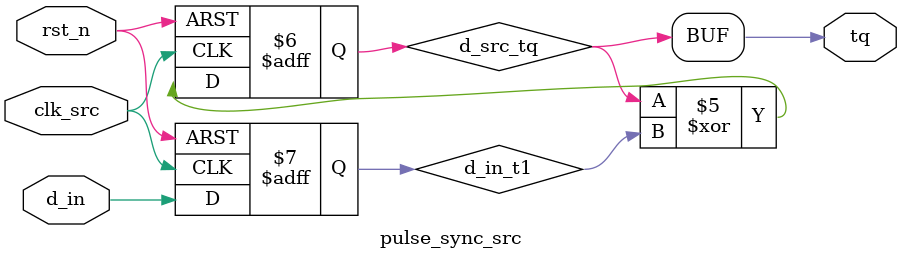
<source format=sv>
`timescale 1ns / 1ps


module pulse_sync_src #(
    parameter     PERIOD_SRC    = 20,
    parameter     PERIOD_DST    = 70
) (
    clk_src,
    rst_n,
    d_in,
`ifdef HAND_CNT_BASED
    ack,
    busy,
`endif
    tq
    );
   
    localparam int PEND_CNT = ((2 * PERIOD_SRC) + (2 * PERIOD_DST)) / PERIOD_SRC;
    localparam int PEND_CNT_SIZE = $clog2(PEND_CNT + 1);;
    localparam PEND_CNT_SUB = {PEND_CNT_SIZE{1'b1}};
 
    input                           clk_src;
    input                           rst_n;
    input                           d_in;
`ifdef HAND_CNT_BASED
    input                           ack;
    output                          busy;
`endif
    output                          tq;
    
    reg                             d_src_tq;
`ifdef HAND_CNT_BASED
    reg                             ack_src_t1;
    reg                             ack_src_t2;
    reg     [PEND_CNT_SIZE-1:0]     pend_cnt;
`endif
    reg                             d_in_t1;

    // --------------------------------------------------------------------------------------------------------------------------------------------------------
    // input pulse control
`ifdef HAND_CNT_BASED
    always @(posedge clk_src, negedge rst_n) begin
        if (~rst_n)             pend_cnt <= 0;
        else begin
            if (d_in_t1 & d_in) pend_cnt <= pend_cnt;
            else if (d_in_t1)   pend_cnt <= pend_cnt + PEND_CNT_SUB;
            else if (d_in)      pend_cnt <= pend_cnt + 1;
            else                pend_cnt <= pend_cnt;
        end
    end

    always @(posedge clk_src, negedge rst_n) begin
        if (~rst_n) d_in_t1 <= 0;
        else begin
            if ((busy == 0) && (pend_cnt != 0)) begin
                    d_in_t1 <= 1;
            end
            else    d_in_t1 <= 0;
        end
    end
`else
    always @(posedge clk_src, negedge rst_n) begin
        if (~rst_n) d_in_t1 <= 0;
        else        d_in_t1 <= d_in;
    end
`endif

    // ------------------------------------------------------------------------------------------------------------------------------------------------
    // pulse synchronizer main circuit
    always @(posedge clk_src, negedge rst_n) begin
        if (~rst_n)     d_src_tq <= 0;
`ifdef HAND_CNT_BASED
        else begin
            if ((pend_cnt != 0) && (busy == 0)) begin
                        d_src_tq <= ~d_src_tq;
            end
            else        d_src_tq <= d_src_tq;
        end
`else        
        else            d_src_tq <= d_src_tq ^ d_in_t1;    
`endif
    end    
    
`ifdef HAND_CNT_BASED
    always @(posedge clk_src, negedge rst_n) begin
        if (~rst_n)     ack_src_t1 <= 0;
        else            ack_src_t1 <= ack;       
    end
    
    always @(posedge clk_src, negedge rst_n) begin
        if (~rst_n)     ack_src_t2 <= 0;
        else            ack_src_t2 <= ack_src_t1;       
    end
    
    assign busy = (ack_src_t2 ^ d_src_tq);
`endif
    assign tq = d_src_tq;
    
    
endmodule


</source>
